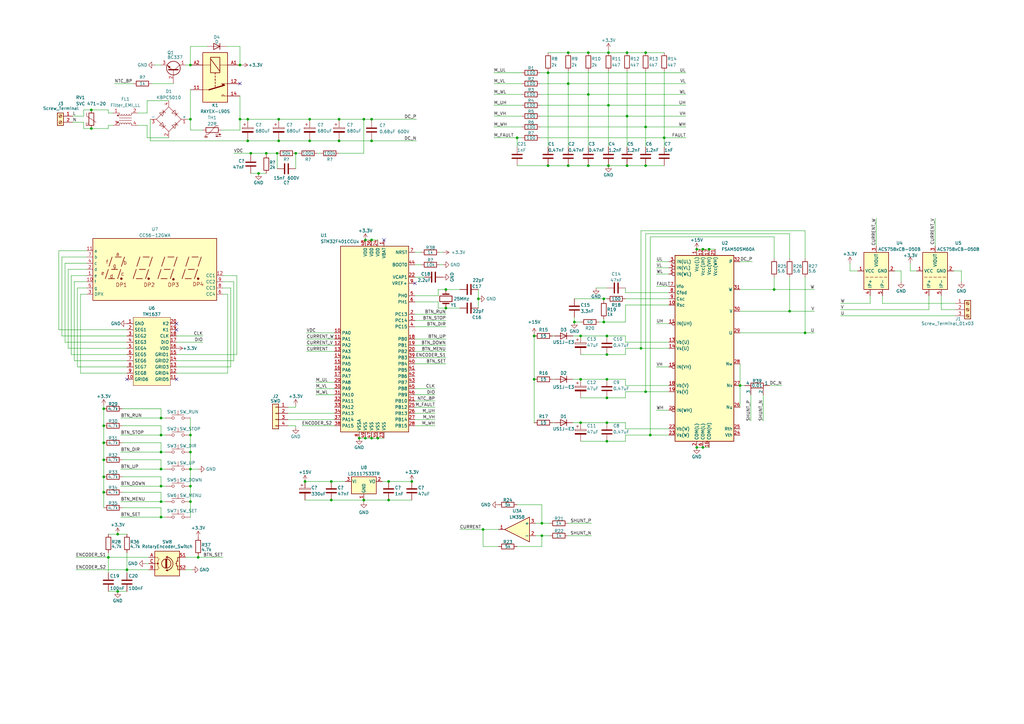
<source format=kicad_sch>
(kicad_sch (version 20211123) (generator eeschema)
  (paper "A3")
  (title_block (title "Преобразователь частоты бытовой 5.5 кВт") (date "2022-08-28") (rev "1.00") (comment 1 "01") (comment 2 "Скукин. Д."))
  (bus_alias "rr" (members "PA8"))
  (junction (at 222.25 219.71))
  (junction (at 257.175 47.625))
  (junction (at 285.75 183.515))
  (junction (at 219.075 137.795))
  (junction (at 78.105 48.895))
  (junction (at 113.665 62.865))
  (junction (at 37.465 52.705))
  (junction (at 78.105 178.435))
  (junction (at 147.32 179.705))
  (junction (at 288.29 183.515))
  (junction (at 37.465 45.085))
  (junction (at 152.4 98.425))
  (junction (at 248.92 155.575))
  (junction (at 152.4 179.705))
  (junction (at 48.26 219.075))
  (junction (at 241.3 38.735))
  (junction (at 288.29 102.235))
  (junction (at 66.04 185.42))
  (junction (at 98.425 26.67))
  (junction (at 66.04 212.09))
  (junction (at 98.425 48.895))
  (junction (at 42.545 181.61))
  (junction (at 48.26 242.57))
  (junction (at 139.065 48.895))
  (junction (at 109.22 62.865))
  (junction (at 247.65 132.08))
  (junction (at 248.92 163.195))
  (junction (at 52.07 233.68))
  (junction (at 330.2 136.525))
  (junction (at 66.04 192.405))
  (junction (at 159.385 197.485))
  (junction (at 102.87 62.865))
  (junction (at 152.4 48.895))
  (junction (at 249.555 67.945))
  (junction (at 114.3 57.785))
  (junction (at 238.125 137.795))
  (junction (at 135.89 205.105))
  (junction (at 257.175 67.945))
  (junction (at 266.7 178.435))
  (junction (at 125.095 197.485))
  (junction (at 212.09 56.515))
  (junction (at 149.225 205.105))
  (junction (at 290.83 102.235))
  (junction (at 154.94 179.705))
  (junction (at 238.125 155.575))
  (junction (at 152.4 57.785))
  (junction (at 135.89 197.485))
  (junction (at 121.285 62.865))
  (junction (at 127 57.785))
  (junction (at 247.65 122.555))
  (junction (at 249.555 21.59))
  (junction (at 149.225 48.895))
  (junction (at 248.92 180.975))
  (junction (at 66.04 171.45))
  (junction (at 78.105 26.67))
  (junction (at 248.92 173.355))
  (junction (at 285.75 102.235))
  (junction (at 66.04 205.74))
  (junction (at 127 48.895))
  (junction (at 149.86 179.705))
  (junction (at 139.065 57.785))
  (junction (at 81.28 228.6))
  (junction (at 78.105 205.74))
  (junction (at 182.88 118.745))
  (junction (at 233.045 21.59))
  (junction (at 44.45 228.6))
  (junction (at 42.545 188.595))
  (junction (at 42.545 201.93))
  (junction (at 238.125 173.355))
  (junction (at 149.86 98.425))
  (junction (at 248.92 137.795))
  (junction (at 249.555 43.18))
  (junction (at 182.88 126.365))
  (junction (at 272.415 56.515))
  (junction (at 42.545 174.625))
  (junction (at 159.385 205.105))
  (junction (at 257.175 21.59))
  (junction (at 264.795 21.59))
  (junction (at 222.25 214.63))
  (junction (at 66.04 199.39))
  (junction (at 78.105 185.42))
  (junction (at 264.795 52.07))
  (junction (at 233.045 67.945))
  (junction (at 78.105 199.39))
  (junction (at 66.04 178.435))
  (junction (at 114.3 48.895))
  (junction (at 235.585 132.08))
  (junction (at 101.6 48.895))
  (junction (at 323.85 127.635))
  (junction (at 241.3 21.59))
  (junction (at 101.6 57.785))
  (junction (at 264.795 160.655))
  (junction (at 248.92 145.415))
  (junction (at 198.12 217.17))
  (junction (at 264.795 67.945))
  (junction (at 196.215 122.555))
  (junction (at 241.3 67.945))
  (junction (at 78.105 192.405))
  (junction (at 168.91 197.485))
  (junction (at 233.045 34.29))
  (junction (at 317.5 118.745))
  (junction (at 262.89 142.875))
  (junction (at 303.53 158.115))
  (junction (at 106.045 71.12))
  (junction (at 224.79 29.845))
  (junction (at 42.545 195.58))
  (junction (at 42.545 167.64))
  (junction (at 219.075 155.575))
  (junction (at 224.79 67.945))
  (no_connect (at 157.48 98.425))
  (no_connect (at 170.18 116.205))
  (no_connect (at 72.39 132.715))
  (no_connect (at 72.39 135.255))
  (no_connect (at 72.39 155.575))
  (no_connect (at 52.07 155.575))
  (no_connect (at 98.425 34.29))
  (wire (pts (xy 196.215 122.555) (xy 196.215 118.745)))
  (wire (pts (xy 81.28 227.965) (xy 81.28 228.6)))
  (wire (pts (xy 244.475 118.11) (xy 248.92 118.11)))
  (wire (pts (xy 170.18 123.825) (xy 179.705 123.825)))
  (wire (pts (xy 149.225 205.74) (xy 149.225 205.105)))
  (wire (pts (xy 256.54 175.895) (xy 256.54 173.355)))
  (wire (pts (xy 93.345 120.65) (xy 91.44 120.65)))
  (wire (pts (xy 212.09 207.01) (xy 222.25 207.01)))
  (wire (pts (xy 212.09 224.155) (xy 222.25 224.155)))
  (wire (pts (xy 219.075 137.16) (xy 219.075 137.795)))
  (wire (pts (xy 238.125 180.975) (xy 248.92 180.975)))
  (wire (pts (xy 149.86 179.705) (xy 152.4 179.705)))
  (wire (pts (xy 118.11 174.625) (xy 121.285 174.625)))
  (wire (pts (xy 234.95 137.795) (xy 238.125 137.795)))
  (wire (pts (xy 52.07 137.795) (xy 25.4 137.795)))
  (wire (pts (xy 221.615 38.735) (xy 241.3 38.735)))
  (wire (pts (xy 139.065 57.785) (xy 139.065 57.15)))
  (wire (pts (xy 76.2 26.67) (xy 78.105 26.67)))
  (wire (pts (xy 44.45 52.705) (xy 44.45 51.435)))
  (wire (pts (xy 49.53 185.42) (xy 66.04 185.42)))
  (wire (pts (xy 303.53 127.635) (xy 323.85 127.635)))
  (wire (pts (xy 78.105 185.42) (xy 78.105 192.405)))
  (wire (pts (xy 241.3 21.59) (xy 249.555 21.59)))
  (wire (pts (xy 31.75 150.495) (xy 31.75 118.11)))
  (wire (pts (xy 249.555 67.945) (xy 241.3 67.945)))
  (wire (pts (xy 149.225 62.865) (xy 149.225 48.895)))
  (wire (pts (xy 170.18 121.285) (xy 179.705 121.285)))
  (wire (pts (xy 182.88 126.365) (xy 188.595 126.365)))
  (wire (pts (xy 113.665 62.865) (xy 113.665 69.215)))
  (wire (pts (xy 303.53 118.745) (xy 317.5 118.745)))
  (wire (pts (xy 219.075 137.795) (xy 219.075 155.575)))
  (wire (pts (xy 76.2 228.6) (xy 81.28 228.6)))
  (wire (pts (xy 344.805 124.46) (xy 356.87 124.46)))
  (wire (pts (xy 224.79 29.845) (xy 224.79 60.325)))
  (wire (pts (xy 257.175 47.625) (xy 257.175 60.325)))
  (wire (pts (xy 66.04 212.09) (xy 67.945 212.09)))
  (wire (pts (xy 256.54 173.355) (xy 248.92 173.355)))
  (wire (pts (xy 256.54 140.335) (xy 256.54 137.795)))
  (wire (pts (xy 235.585 130.175) (xy 235.585 132.08)))
  (wire (pts (xy 256.54 125.095) (xy 274.32 125.095)))
  (wire (pts (xy 101.6 49.53) (xy 101.6 48.895)))
  (wire (pts (xy 221.615 43.18) (xy 249.555 43.18)))
  (wire (pts (xy 49.53 205.74) (xy 66.04 205.74)))
  (wire (pts (xy 224.79 29.21) (xy 224.79 29.845)))
  (wire (pts (xy 152.4 57.15) (xy 152.4 57.785)))
  (wire (pts (xy 135.89 205.105) (xy 149.225 205.105)))
  (wire (pts (xy 78.105 178.435) (xy 78.105 185.42)))
  (wire (pts (xy 274.32 178.435) (xy 266.7 178.435)))
  (wire (pts (xy 44.45 228.6) (xy 44.45 234.95)))
  (wire (pts (xy 109.22 62.865) (xy 109.22 63.5)))
  (wire (pts (xy 330.2 136.525) (xy 334.01 136.525)))
  (wire (pts (xy 202.565 52.07) (xy 213.995 52.07)))
  (wire (pts (xy 93.345 153.035) (xy 93.345 120.65)))
  (wire (pts (xy 102.87 62.865) (xy 95.885 62.865)))
  (wire (pts (xy 34.29 47.625) (xy 34.29 45.085)))
  (wire (pts (xy 118.11 167.005) (xy 121.285 167.005)))
  (wire (pts (xy 42.545 188.595) (xy 42.545 195.58)))
  (wire (pts (xy 50.165 201.93) (xy 66.04 201.93)))
  (wire (pts (xy 66.04 181.61) (xy 66.04 185.42)))
  (wire (pts (xy 98.425 26.67) (xy 99.06 26.67)))
  (wire (pts (xy 202.565 34.29) (xy 213.995 34.29)))
  (wire (pts (xy 42.545 195.58) (xy 42.545 201.93)))
  (wire (pts (xy 42.545 166.37) (xy 42.545 167.64)))
  (wire (pts (xy 245.745 132.08) (xy 247.65 132.08)))
  (wire (pts (xy 24.13 102.87) (xy 35.56 102.87)))
  (wire (pts (xy 27.94 110.49) (xy 35.56 110.49)))
  (wire (pts (xy 221.615 52.07) (xy 264.795 52.07)))
  (wire (pts (xy 202.565 38.735) (xy 213.995 38.735)))
  (wire (pts (xy 274.32 140.335) (xy 256.54 140.335)))
  (wire (pts (xy 42.545 167.64) (xy 42.545 174.625)))
  (wire (pts (xy 106.045 71.12) (xy 109.22 71.12)))
  (wire (pts (xy 159.385 197.485) (xy 168.91 197.485)))
  (wire (pts (xy 129.54 159.385) (xy 137.16 159.385)))
  (wire (pts (xy 202.565 29.845) (xy 213.995 29.845)))
  (wire (pts (xy 235.585 122.555) (xy 247.65 122.555)))
  (wire (pts (xy 129.54 161.925) (xy 137.16 161.925)))
  (wire (pts (xy 179.705 126.365) (xy 182.88 126.365)))
  (wire (pts (xy 179.705 118.745) (xy 182.88 118.745)))
  (wire (pts (xy 98.425 39.37) (xy 98.425 48.895)))
  (wire (pts (xy 49.53 199.39) (xy 66.04 199.39)))
  (wire (pts (xy 196.215 126.365) (xy 196.215 122.555)))
  (wire (pts (xy 61.595 57.785) (xy 61.595 48.895)))
  (wire (pts (xy 323.85 127.635) (xy 323.85 113.665)))
  (wire (pts (xy 317.5 106.045) (xy 317.5 97.155)))
  (wire (pts (xy 125.73 141.605) (xy 137.16 141.605)))
  (wire (pts (xy 323.85 95.885) (xy 323.85 106.045)))
  (wire (pts (xy 202.565 56.515) (xy 212.09 56.515)))
  (wire (pts (xy 272.415 56.515) (xy 281.305 56.515)))
  (wire (pts (xy 66.04 192.405) (xy 67.945 192.405)))
  (wire (pts (xy 121.285 62.865) (xy 122.555 62.865)))
  (wire (pts (xy 170.18 167.005) (xy 178.435 167.005)))
  (wire (pts (xy 303.53 158.115) (xy 303.53 167.005)))
  (wire (pts (xy 52.07 150.495) (xy 31.75 150.495)))
  (wire (pts (xy 256.54 180.975) (xy 248.92 180.975)))
  (wire (pts (xy 264.795 67.945) (xy 272.415 67.945)))
  (wire (pts (xy 25.4 105.41) (xy 35.56 105.41)))
  (wire (pts (xy 391.16 111.125) (xy 394.335 111.125)))
  (wire (pts (xy 233.045 67.945) (xy 241.3 67.945)))
  (wire (pts (xy 76.835 48.895) (xy 78.105 48.895)))
  (wire (pts (xy 233.045 214.63) (xy 242.57 214.63)))
  (wire (pts (xy 264.795 52.07) (xy 264.795 60.325)))
  (wire (pts (xy 238.125 163.195) (xy 248.92 163.195)))
  (wire (pts (xy 264.795 21.59) (xy 272.415 21.59)))
  (wire (pts (xy 154.94 179.705) (xy 157.48 179.705)))
  (wire (pts (xy 97.155 145.415) (xy 97.155 113.03)))
  (wire (pts (xy 60.325 56.515) (xy 69.215 56.515)))
  (wire (pts (xy 188.595 217.17) (xy 198.12 217.17)))
  (wire (pts (xy 170.18 113.665) (xy 173.99 113.665)))
  (wire (pts (xy 375.92 111.125) (xy 373.38 111.125)))
  (wire (pts (xy 257.175 21.59) (xy 264.795 21.59)))
  (wire (pts (xy 369.57 111.125) (xy 369.57 115.57)))
  (wire (pts (xy 247.65 122.555) (xy 248.92 122.555)))
  (wire (pts (xy 114.3 48.895) (xy 127 48.895)))
  (wire (pts (xy 56.515 51.435) (xy 60.325 51.435)))
  (wire (pts (xy 114.3 57.785) (xy 114.3 57.15)))
  (wire (pts (xy 256.54 137.795) (xy 248.92 137.795)))
  (wire (pts (xy 373.38 107.95) (xy 373.38 111.125)))
  (wire (pts (xy 256.54 163.195) (xy 248.92 163.195)))
  (wire (pts (xy 31.115 228.6) (xy 44.45 228.6)))
  (wire (pts (xy 170.18 133.985) (xy 182.88 133.985)))
  (wire (pts (xy 238.125 155.575) (xy 248.92 155.575)))
  (wire (pts (xy 170.18 131.445) (xy 182.88 131.445)))
  (wire (pts (xy 101.6 57.785) (xy 114.3 57.785)))
  (wire (pts (xy 78.105 53.34) (xy 83.185 53.34)))
  (wire (pts (xy 226.695 155.575) (xy 227.33 155.575)))
  (wire (pts (xy 66.04 195.58) (xy 66.04 199.39)))
  (wire (pts (xy 114.3 48.895) (xy 114.3 49.53)))
  (wire (pts (xy 152.4 57.785) (xy 170.815 57.785)))
  (wire (pts (xy 272.415 29.21) (xy 272.415 56.515)))
  (wire (pts (xy 348.615 107.95) (xy 348.615 111.125)))
  (wire (pts (xy 262.89 142.875) (xy 256.54 142.875)))
  (wire (pts (xy 344.805 127) (xy 381 127)))
  (wire (pts (xy 170.18 169.545) (xy 178.435 169.545)))
  (wire (pts (xy 222.25 214.63) (xy 219.71 214.63)))
  (wire (pts (xy 238.125 137.795) (xy 248.92 137.795)))
  (wire (pts (xy 233.045 34.29) (xy 281.305 34.29)))
  (wire (pts (xy 44.45 228.6) (xy 60.96 228.6)))
  (wire (pts (xy 125.095 205.105) (xy 135.89 205.105)))
  (wire (pts (xy 78.105 192.405) (xy 78.105 199.39)))
  (wire (pts (xy 256.54 155.575) (xy 248.92 155.575)))
  (wire (pts (xy 234.95 155.575) (xy 238.125 155.575)))
  (wire (pts (xy 29.845 47.625) (xy 34.29 47.625)))
  (wire (pts (xy 241.3 38.735) (xy 241.3 60.325)))
  (wire (pts (xy 256.54 178.435) (xy 256.54 180.975)))
  (wire (pts (xy 266.7 97.155) (xy 266.7 178.435)))
  (wire (pts (xy 139.065 48.895) (xy 139.065 49.53)))
  (wire (pts (xy 257.175 47.625) (xy 281.305 47.625)))
  (wire (pts (xy 101.6 48.895) (xy 114.3 48.895)))
  (wire (pts (xy 257.175 29.21) (xy 257.175 47.625)))
  (wire (pts (xy 125.73 139.065) (xy 137.16 139.065)))
  (wire (pts (xy 303.53 107.315) (xy 308.61 107.315)))
  (wire (pts (xy 50.165 181.61) (xy 66.04 181.61)))
  (wire (pts (xy 106.045 71.12) (xy 102.87 71.12)))
  (wire (pts (xy 66.04 185.42) (xy 67.945 185.42)))
  (wire (pts (xy 44.45 45.085) (xy 44.45 46.355)))
  (wire (pts (xy 44.45 46.355) (xy 46.355 46.355)))
  (wire (pts (xy 24.13 135.255) (xy 24.13 102.87)))
  (wire (pts (xy 26.67 140.335) (xy 26.67 107.95)))
  (wire (pts (xy 76.2 233.68) (xy 78.74 233.68)))
  (wire (pts (xy 256.54 145.415) (xy 248.92 145.415)))
  (wire (pts (xy 179.705 118.745) (xy 179.705 121.285)))
  (wire (pts (xy 249.555 21.59) (xy 257.175 21.59)))
  (wire (pts (xy 235.585 132.08) (xy 238.125 132.08)))
  (wire (pts (xy 256.54 132.08) (xy 256.54 125.095)))
  (wire (pts (xy 269.24 168.275) (xy 274.32 168.275)))
  (wire (pts (xy 101.6 57.785) (xy 101.6 57.15)))
  (wire (pts (xy 288.29 183.515) (xy 290.83 183.515)))
  (wire (pts (xy 330.2 106.045) (xy 330.2 94.615)))
  (wire (pts (xy 97.155 113.03) (xy 91.44 113.03)))
  (wire (pts (xy 330.2 136.525) (xy 330.2 113.665)))
  (wire (pts (xy 29.21 145.415) (xy 29.21 113.03)))
  (wire (pts (xy 219.075 155.575) (xy 219.075 173.355)))
  (wire (pts (xy 288.29 102.235) (xy 290.83 102.235)))
  (wire (pts (xy 95.885 147.955) (xy 95.885 115.57)))
  (wire (pts (xy 269.24 132.715) (xy 274.32 132.715)))
  (wire (pts (xy 269.24 117.475) (xy 274.32 117.475)))
  (wire (pts (xy 264.795 160.655) (xy 256.54 160.655)))
  (wire (pts (xy 303.53 136.525) (xy 330.2 136.525)))
  (wire (pts (xy 256.54 142.875) (xy 256.54 145.415)))
  (wire (pts (xy 170.18 103.505) (xy 172.72 103.505)))
  (wire (pts (xy 152.4 179.705) (xy 154.94 179.705)))
  (wire (pts (xy 60.325 51.435) (xy 60.325 56.515)))
  (wire (pts (xy 256.54 158.115) (xy 256.54 155.575)))
  (wire (pts (xy 33.02 153.035) (xy 33.02 120.65)))
  (wire (pts (xy 78.105 199.39) (xy 78.105 205.74)))
  (wire (pts (xy 224.79 29.845) (xy 281.305 29.845)))
  (wire (pts (xy 305.435 158.115) (xy 303.53 158.115)))
  (wire (pts (xy 249.555 43.18) (xy 281.305 43.18)))
  (wire (pts (xy 182.88 118.745) (xy 188.595 118.745)))
  (wire (pts (xy 224.79 67.945) (xy 233.045 67.945)))
  (wire (pts (xy 256.54 120.015) (xy 274.32 120.015)))
  (wire (pts (xy 269.24 107.315) (xy 274.32 107.315)))
  (wire (pts (xy 66.04 171.45) (xy 67.945 171.45)))
  (wire (pts (xy 30.48 147.955) (xy 30.48 115.57)))
  (wire (pts (xy 52.07 135.255) (xy 24.13 135.255)))
  (wire (pts (xy 29.845 50.165) (xy 34.29 50.165)))
  (wire (pts (xy 95.885 115.57) (xy 91.44 115.57)))
  (wire (pts (xy 285.75 102.235) (xy 288.29 102.235)))
  (wire (pts (xy 30.48 115.57) (xy 35.56 115.57)))
  (wire (pts (xy 139.065 57.785) (xy 152.4 57.785)))
  (wire (pts (xy 221.615 47.625) (xy 257.175 47.625)))
  (wire (pts (xy 156.845 197.485) (xy 159.385 197.485)))
  (wire (pts (xy 60.325 46.355) (xy 60.325 41.275)))
  (wire (pts (xy 224.79 21.59) (xy 233.045 21.59)))
  (wire (pts (xy 152.4 98.425) (xy 154.94 98.425)))
  (wire (pts (xy 198.12 217.17) (xy 198.12 224.155)))
  (wire (pts (xy 52.07 153.035) (xy 33.02 153.035)))
  (wire (pts (xy 52.07 145.415) (xy 29.21 145.415)))
  (wire (pts (xy 130.175 62.865) (xy 131.445 62.865)))
  (wire (pts (xy 170.18 164.465) (xy 178.435 164.465)))
  (wire (pts (xy 66.04 208.28) (xy 66.04 212.09)))
  (wire (pts (xy 52.07 147.955) (xy 30.48 147.955)))
  (wire (pts (xy 50.165 167.64) (xy 66.04 167.64)))
  (wire (pts (xy 212.09 56.515) (xy 212.09 60.325)))
  (wire (pts (xy 48.26 242.57) (xy 52.07 242.57)))
  (wire (pts (xy 249.555 67.945) (xy 257.175 67.945)))
  (wire (pts (xy 25.4 137.795) (xy 25.4 105.41)))
  (wire (pts (xy 78.105 48.895) (xy 78.105 53.34)))
  (wire (pts (xy 98.425 26.67) (xy 98.425 19.05)))
  (wire (pts (xy 50.165 195.58) (xy 66.04 195.58)))
  (wire (pts (xy 27.94 142.875) (xy 27.94 110.49)))
  (wire (pts (xy 238.125 145.415) (xy 248.92 145.415)))
  (wire (pts (xy 52.07 226.695) (xy 52.07 233.68)))
  (wire (pts (xy 52.07 233.68) (xy 60.96 233.68)))
  (wire (pts (xy 94.615 150.495) (xy 94.615 118.11)))
  (wire (pts (xy 256.54 160.655) (xy 256.54 163.195)))
  (wire (pts (xy 202.565 43.18) (xy 213.995 43.18)))
  (wire (pts (xy 198.12 217.17) (xy 204.47 217.17)))
  (wire (pts (xy 66.04 174.625) (xy 66.04 178.435)))
  (wire (pts (xy 37.465 52.705) (xy 44.45 52.705)))
  (wire (pts (xy 121.285 174.625) (xy 121.285 175.26)))
  (wire (pts (xy 159.385 205.105) (xy 168.91 205.105)))
  (wire (pts (xy 42.545 201.93) (xy 42.545 208.28)))
  (wire (pts (xy 33.02 120.65) (xy 35.56 120.65)))
  (wire (pts (xy 72.39 147.955) (xy 95.885 147.955)))
  (wire (pts (xy 233.045 219.71) (xy 242.57 219.71)))
  (wire (pts (xy 98.425 53.34) (xy 98.425 48.895)))
  (wire (pts (xy 221.615 34.29) (xy 233.045 34.29)))
  (wire (pts (xy 233.045 60.325) (xy 233.045 34.29)))
  (wire (pts (xy 44.45 242.57) (xy 48.26 242.57)))
  (wire (pts (xy 233.045 21.59) (xy 241.3 21.59)))
  (wire (pts (xy 264.795 29.21) (xy 264.795 52.07)))
  (wire (pts (xy 383.54 89.535) (xy 383.54 100.965)))
  (wire (pts (xy 359.41 89.535) (xy 359.41 100.965)))
  (wire (pts (xy 317.5 97.155) (xy 266.7 97.155)))
  (wire (pts (xy 274.32 160.655) (xy 264.795 160.655)))
  (wire (pts (xy 127 57.785) (xy 127 57.15)))
  (wire (pts (xy 170.18 161.925) (xy 178.435 161.925)))
  (wire (pts (xy 225.425 219.71) (xy 222.25 219.71)))
  (wire (pts (xy 49.53 192.405) (xy 66.04 192.405)))
  (wire (pts (xy 262.89 94.615) (xy 262.89 142.875)))
  (wire (pts (xy 170.18 108.585) (xy 172.72 108.585)))
  (wire (pts (xy 247.65 130.81) (xy 247.65 132.08)))
  (wire (pts (xy 226.695 137.795) (xy 227.33 137.795)))
  (wire (pts (xy 125.095 197.485) (xy 135.89 197.485)))
  (wire (pts (xy 49.53 178.435) (xy 66.04 178.435)))
  (wire (pts (xy 72.39 137.795) (xy 83.185 137.795)))
  (wire (pts (xy 238.125 173.355) (xy 248.92 173.355)))
  (wire (pts (xy 149.86 98.425) (xy 152.4 98.425)))
  (wire (pts (xy 249.555 29.21) (xy 249.555 43.18)))
  (wire (pts (xy 78.105 171.45) (xy 78.105 178.435)))
  (wire (pts (xy 212.09 56.515) (xy 213.995 56.515)))
  (wire (pts (xy 344.805 129.54) (xy 391.795 129.54)))
  (wire (pts (xy 44.45 51.435) (xy 46.355 51.435)))
  (wire (pts (xy 222.25 219.71) (xy 222.25 224.155)))
  (wire (pts (xy 123.825 174.625) (xy 137.16 174.625)))
  (wire (pts (xy 241.3 29.21) (xy 241.3 38.735)))
  (wire (pts (xy 78.105 205.74) (xy 78.105 212.09)))
  (wire (pts (xy 85.09 19.05) (xy 78.105 19.05)))
  (wire (pts (xy 222.25 207.01) (xy 222.25 214.63)))
  (wire (pts (xy 78.105 48.895) (xy 78.105 36.83)))
  (wire (pts (xy 181.61 103.505) (xy 180.34 103.505)))
  (wire (pts (xy 247.65 122.555) (xy 247.65 123.19)))
  (wire (pts (xy 221.615 56.515) (xy 272.415 56.515)))
  (wire (pts (xy 234.95 173.355) (xy 238.125 173.355)))
  (wire (pts (xy 202.565 47.625) (xy 213.995 47.625)))
  (wire (pts (xy 66.04 178.435) (xy 67.945 178.435)))
  (wire (pts (xy 170.18 128.905) (xy 182.88 128.905)))
  (wire (pts (xy 149.225 48.895) (xy 139.065 48.895)))
  (wire (pts (xy 274.32 158.115) (xy 256.54 158.115)))
  (wire (pts (xy 139.065 62.865) (xy 149.225 62.865)))
  (wire (pts (xy 102.87 62.865) (xy 102.87 63.5)))
  (wire (pts (xy 367.03 111.125) (xy 369.57 111.125)))
  (wire (pts (xy 233.045 29.21) (xy 233.045 34.29)))
  (wire (pts (xy 274.32 175.895) (xy 256.54 175.895)))
  (wire (pts (xy 249.555 43.18) (xy 249.555 60.325)))
  (wire (pts (xy 272.415 56.515) (xy 272.415 60.325)))
  (wire (pts (xy 113.665 62.865) (xy 109.22 62.865)))
  (wire (pts (xy 256.54 118.11) (xy 256.54 120.015)))
  (wire (pts (xy 152.4 48.895) (xy 170.815 48.895)))
  (wire (pts (xy 180.34 108.585) (xy 181.61 108.585)))
  (wire (pts (xy 212.09 67.945) (xy 224.79 67.945)))
  (wire (pts (xy 37.465 45.085) (xy 44.45 45.085)))
  (wire (pts (xy 222.25 219.71) (xy 219.71 219.71)))
  (wire (pts (xy 48.26 219.075) (xy 52.07 219.075)))
  (wire (pts (xy 49.53 171.45) (xy 66.04 171.45)))
  (wire (pts (xy 226.695 173.355) (xy 227.33 173.355)))
  (wire (pts (xy 42.545 174.625) (xy 42.545 181.61)))
  (wire (pts (xy 149.225 205.105) (xy 159.385 205.105)))
  (wire (pts (xy 307.975 161.925) (xy 307.975 172.72)))
  (wire (pts (xy 98.425 48.895) (xy 101.6 48.895)))
  (wire (pts (xy 56.515 46.355) (xy 60.325 46.355)))
  (wire (pts (xy 129.54 156.845) (xy 137.16 156.845)))
  (wire (pts (xy 323.85 127.635) (xy 334.01 127.635)))
  (wire (pts (xy 66.04 201.93) (xy 66.04 205.74)))
  (wire (pts (xy 125.73 136.525) (xy 137.16 136.525)))
  (wire (pts (xy 61.595 57.785) (xy 101.6 57.785)))
  (wire (pts (xy 264.795 52.07) (xy 281.305 52.07)))
  (wire (pts (xy 285.75 183.515) (xy 288.29 183.515)))
  (wire (pts (xy 66.04 188.595) (xy 66.04 192.405)))
  (wire (pts (xy 394.335 111.125) (xy 394.335 115.57)))
  (wire (pts (xy 60.325 41.275) (xy 69.215 41.275)))
  (wire (pts (xy 179.705 126.365) (xy 179.705 123.825)))
  (wire (pts (xy 44.45 226.695) (xy 44.45 228.6)))
  (wire (pts (xy 269.24 109.855) (xy 274.32 109.855)))
  (wire (pts (xy 361.95 124.46) (xy 391.795 124.46)))
  (wire (pts (xy 66.04 167.64) (xy 66.04 171.45)))
  (wire (pts (xy 170.18 159.385) (xy 178.435 159.385)))
  (wire (pts (xy 52.07 140.335) (xy 26.67 140.335)))
  (wire (pts (xy 262.89 94.615) (xy 330.2 94.615)))
  (wire (pts (xy 241.3 38.735) (xy 281.305 38.735)))
  (wire (pts (xy 72.39 140.335) (xy 83.185 140.335)))
  (wire (pts (xy 225.425 214.63) (xy 222.25 214.63)))
  (wire (pts (xy 42.545 181.61) (xy 42.545 188.595)))
  (wire (pts (xy 264.795 95.885) (xy 264.795 160.655)))
  (wire (pts (xy 44.45 219.075) (xy 48.26 219.075)))
  (wire (pts (xy 149.86 179.705) (xy 147.32 179.705)))
  (wire (pts (xy 266.7 178.435) (xy 256.54 178.435)))
  (wire (pts (xy 127 48.895) (xy 127 49.53)))
  (wire (pts (xy 34.29 52.705) (xy 37.465 52.705)))
  (wire (pts (xy 109.22 62.865) (xy 102.87 62.865)))
  (wire (pts (xy 121.285 62.865) (xy 121.285 69.215)))
  (wire (pts (xy 317.5 118.745) (xy 334.01 118.745)))
  (wire (pts (xy 94.615 118.11) (xy 91.44 118.11)))
  (wire (pts (xy 121.285 166.37) (xy 121.285 167.005)))
  (wire (pts (xy 386.08 121.285) (xy 386.08 127)))
  (wire (pts (xy 264.795 95.885) (xy 323.85 95.885)))
  (wire (pts (xy 66.04 26.67) (xy 63.5 26.67)))
  (wire (pts (xy 26.67 107.95) (xy 35.56 107.95)))
  (wire (pts (xy 29.21 113.03) (xy 35.56 113.03)))
  (wire (pts (xy 249.555 20.32) (xy 249.555 21.59)))
  (wire (pts (xy 247.65 132.08) (xy 256.54 132.08)))
  (wire (pts (xy 381 127) (xy 381 121.285)))
  (wire (pts (xy 52.07 233.68) (xy 52.07 234.95)))
  (wire (pts (xy 170.18 139.065) (xy 182.88 139.065)))
  (wire (pts (xy 356.87 124.46) (xy 356.87 121.285)))
  (wire (pts (xy 72.39 145.415) (xy 97.155 145.415)))
  (wire (pts (xy 78.105 192.405) (xy 81.28 192.405)))
  (wire (pts (xy 257.175 67.945) (xy 264.795 67.945)))
  (wire (pts (xy 98.425 19.05) (xy 92.71 19.05)))
  (wire (pts (xy 118.11 172.085) (xy 137.16 172.085)))
  (wire (pts (xy 313.055 161.925) (xy 313.055 172.72)))
  (wire (pts (xy 66.04 205.74) (xy 67.945 205.74)))
  (wire (pts (xy 50.165 208.28) (xy 66.04 208.28)))
  (wire (pts (xy 204.47 224.155) (xy 198.12 224.155)))
  (wire (pts (xy 135.89 197.485) (xy 141.605 197.485)))
  (wire (pts (xy 386.08 127) (xy 391.795 127)))
  (wire (pts (xy 361.95 121.285) (xy 361.95 124.46)))
  (wire (pts (xy 31.115 233.68) (xy 52.07 233.68)))
  (wire (pts (xy 50.165 188.595) (xy 66.04 188.595)))
  (wire (pts (xy 72.39 150.495) (xy 94.615 150.495)))
  (wire (pts (xy 303.53 149.225) (xy 303.53 158.115)))
  (wire (pts (xy 351.79 111.125) (xy 348.615 111.125)))
  (wire (pts (xy 317.5 113.665) (xy 317.5 118.745)))
  (wire (pts (xy 170.18 146.685) (xy 182.88 146.685)))
  (wire (pts (xy 170.18 172.085) (xy 178.435 172.085)))
  (wire (pts (xy 59.69 231.14) (xy 60.96 231.14)))
  (wire (pts (xy 127 48.895) (xy 139.065 48.895)))
  (wire (pts (xy 274.32 142.875) (xy 262.89 142.875)))
  (wire (pts (xy 52.07 142.875) (xy 27.94 142.875)))
  (wire (pts (xy 50.165 174.625) (xy 66.04 174.625)))
  (wire (pts (xy 78.105 19.05) (xy 78.105 26.67)))
  (wire (pts (xy 34.29 45.085) (xy 37.465 45.085)))
  (wire (pts (xy 81.28 228.6) (xy 91.44 228.6)))
  (wire (pts (xy 125.73 144.145) (xy 137.16 144.145)))
  (wire (pts (xy 118.11 169.545) (xy 137.16 169.545)))
  (wire (pts (xy 46.99 34.29) (xy 54.61 34.29)))
  (wire (pts (xy 269.24 150.495) (xy 274.32 150.495)))
  (wire (pts (xy 170.18 149.225) (xy 182.88 149.225)))
  (wire (pts (xy 290.83 102.235) (xy 293.37 102.235)))
  (wire (pts (xy 127 57.785) (xy 139.065 57.785)))
  (wire (pts (xy 269.24 112.395) (xy 274.32 112.395)))
  (wire (pts (xy 49.53 212.09) (xy 66.04 212.09)))
  (wire (pts (xy 149.225 48.895) (xy 152.4 48.895)))
  (wire (pts (xy 221.615 29.845) (xy 224.79 29.845)))
  (wire (pts (xy 62.23 34.29) (xy 71.12 34.29)))
  (wire (pts (xy 90.805 53.34) (xy 98.425 53.34)))
  (wire (pts (xy 170.18 174.625) (xy 178.435 174.625)))
  (wire (pts (xy 66.04 199.39) (xy 67.945 199.39)))
  (wire (pts (xy 31.75 118.11) (xy 35.56 118.11)))
  (wire (pts (xy 170.18 144.145) (xy 182.88 144.145)))
  (wire (pts (xy 152.4 48.895) (xy 152.4 49.53)))
  (wire (pts (xy 170.18 141.605) (xy 182.88 141.605)))
  (wire (pts (xy 256.54 122.555) (xy 274.32 122.555)))
  (wire (pts (xy 114.3 57.785) (xy 127 57.785)))
  (wire (pts (xy 72.39 153.035) (xy 93.345 153.035)))
  (wire (pts (xy 315.595 158.115) (xy 320.675 158.115)))
  (wire (pts (xy 34.29 50.165) (xy 34.29 52.705)))
  (label "M_WL" (at 129.54 161.925 0))
  (label "VL" (at 269.24 109.855 0))
  (label "DC_P" (at 170.815 48.895 180))
  (label "V" (at 334.01 127.635 180))
  (label "FAULT" (at 269.24 117.475 0))
  (label "L" (at 29.845 47.625 0))
  (label "NTC_BP" (at 178.435 164.465 180))
  (label "FAULT" (at 281.305 56.515 180))
  (label "SHUNT_N" (at 313.055 172.72 90))
  (label "ENCODER_S2" (at 123.825 174.625 0))
  (label "CURRENT_W" (at 359.41 89.535 270))
  (label "BTN_SET" (at 91.44 228.6 180))
  (label "BTN_RUN" (at 182.88 128.905 180))
  (label "M_WH" (at 202.565 52.07 0))
  (label "CLK" (at 83.185 137.795 180))
  (label "CURRENT" (at 125.73 144.145 0))
  (label "WH" (at 281.305 52.07 180))
  (label "BTN_DIR" (at 182.88 133.985 180))
  (label "DC_P" (at 308.61 107.315 180))
  (label "DIO" (at 83.185 140.335 180))
  (label "BTN_DOWN" (at 49.53 199.39 0))
  (label "BTN_SET" (at 182.88 149.225 180))
  (label "ENCODER_S1" (at 182.88 146.685 180))
  (label "WL" (at 269.24 112.395 0))
  (label "BTN_SET" (at 49.53 212.09 0))
  (label "M_UL" (at 202.565 29.845 0))
  (label "M_UL" (at 129.54 156.845 0))
  (label "M_UH" (at 178.435 169.545 180))
  (label "M_WH" (at 178.435 174.625 180))
  (label "BTN_UP" (at 182.88 139.065 180))
  (label "VH" (at 281.305 47.625 180))
  (label "VDC" (at 125.73 136.525 0))
  (label "VDC" (at 95.885 62.865 0))
  (label "SHUNT_P" (at 242.57 214.63 180))
  (label "BTN_MENU" (at 182.88 144.145 180))
  (label "ENCODER_S2" (at 31.115 233.68 0))
  (label "VL" (at 281.305 34.29 180))
  (label "NTC_BP" (at 46.99 34.29 0))
  (label "M_VH" (at 202.565 47.625 0))
  (label "BTN_UP" (at 49.53 192.405 0))
  (label "SHUNT_P" (at 307.975 172.72 90))
  (label "DIO" (at 178.435 161.925 180))
  (label "BTN_DIR" (at 49.53 185.42 0))
  (label "CURRENT_V" (at 125.73 141.605 0))
  (label "UH" (at 281.305 43.18 180))
  (label "U" (at 334.01 136.525 180))
  (label "M_FAULT" (at 178.435 167.005 180))
  (label "UL" (at 269.24 107.315 0))
  (label "CURRENT_V" (at 383.54 89.535 270))
  (label "BTN_STOP" (at 49.53 178.435 0))
  (label "SHUNT_N" (at 242.57 219.71 180))
  (label "N" (at 29.845 50.165 0))
  (label "CLK" (at 178.435 159.385 180))
  (label "DC_N" (at 320.675 158.115 180))
  (label "BTN_STOP" (at 182.88 131.445 180))
  (label "M_UH" (at 202.565 43.18 0))
  (label "W" (at 344.805 124.46 0))
  (label "CURRENT_W" (at 125.73 139.065 0))
  (label "M_VL" (at 202.565 34.29 0))
  (label "M_FAULT" (at 202.565 56.515 0))
  (label "DC_N" (at 170.815 57.785 180))
  (label "BTN_DOWN" (at 182.88 141.605 180))
  (label "VH" (at 269.24 150.495 0))
  (label "W" (at 334.01 118.745 180))
  (label "ENCODER_S1" (at 31.115 228.6 0))
  (label "U" (at 344.805 129.54 0))
  (label "M_VL" (at 129.54 159.385 0))
  (label "M_VH" (at 178.435 172.085 180))
  (label "BTN_MENU" (at 49.53 205.74 0))
  (label "V" (at 344.805 127 0))
  (label "M_WL" (at 202.565 38.735 0))
  (label "WL" (at 281.305 38.735 180))
  (label "UL" (at 281.305 29.845 180))
  (label "CURRENT" (at 188.595 217.17 0))
  (label "WH" (at 269.24 168.275 0))
  (label "BTN_RUN" (at 49.53 171.45 0))
  (label "UH" (at 269.24 132.715 0))
  (symbol (lib_id "Relay:RAYEX-L90S") (at 88.265 31.75 270) (unit 1)
    (property "Reference" "K1" (at 88.265 43.18 90))
    (property "Value" "RAYEX-L90S" (at 88.265 45.72 90))
    (property "Footprint" "Relay_THT:Relay_SPDT_RAYEX-L90S" (effects hide))
    (property "Datasheet" "https://a3.sofastcdn.com/attachment/7jioKBjnRiiSrjrjknRiwS77gwbf3zmp/L90-SERIES.pdf" (effects hide))
  )
  (symbol (lib_id "Device:R") (at 46.355 208.28 90) (unit 1)
    (property "Reference" "R35" (at 46.355 206.375 90))
    (property "Value" "4.7k" (at 46.355 208.28 90))
  )
  (symbol (lib_id "Device:C") (at 152.4 53.34 0) (unit 1)
    (property "Reference" "C?" (at 155.575 51.435 0) (effects (justify left)))
    (property "Value" "0.68uF 600V" (at 155.575 53.975 0) (effects (justify left)))
  )
  (symbol (lib_id "Device:C") (at 212.09 64.135 0) (unit 1)
    (property "Reference" "C21" (at 212.09 59.055 0) (effects (justify left)))
    (property "Value" "1nF" (at 212.09 61.595 0) (effects (justify left)))
  )
  (symbol (lib_id "Device:D") (at 231.14 173.355 180) (unit 1)
    (property "Reference" "D1" (at 231.14 170.815 0))
    (property "Value" "US1J-E3" (at 231.14 175.895 0))
  )
  (symbol (lib_id "Device:D") (at 231.14 137.795 180) (unit 1)
    (property "Reference" "D3" (at 231.14 135.255 0))
    (property "Value" "US1J-E3" (at 231.14 140.335 0))
  )
  (symbol (lib_id "Device:R") (at 46.355 181.61 90) (unit 1)
    (property "Reference" "R31" (at 46.355 179.705 90))
    (property "Value" "4.7k" (at 46.355 181.61 90))
  )
  (symbol (lib_id "power:+3.3V") (at 348.615 107.95 0) (unit 1)
    (property "Reference" "#PWR0114" (effects hide))
    (property "Value" "+3.3V" (at 348.615 104.14 0))
  )
  (symbol (lib_id "Device:R") (at 58.42 34.29 90) (unit 1)
    (property "Reference" "R?" (at 58.42 31.75 90))
    (property "Value" "1k" (at 58.42 34.29 90))
  )
  (symbol (lib_id "Device:C") (at 233.045 64.135 0) (unit 1)
    (property "Reference" "C2" (at 233.045 59.055 0) (effects (justify left)))
    (property "Value" "0.47nF" (at 233.045 61.595 0) (effects (justify left)))
  )
  (symbol (lib_id "Switch:SW_Push") (at 73.025 192.405 0) (unit 1)
    (property "Reference" "SW4" (at 70.485 189.865 0))
    (property "Value" "SW_UP" (at 73.66 189.865 0) (effects (justify left)))
  )
  (symbol (lib_id "Device:C") (at 252.73 118.11 270) (unit 1)
    (property "Reference" "C14" (at 252.73 112.395 90))
    (property "Value" "47nF" (at 252.73 114.935 90))
  )
  (symbol (lib_id "power:GND") (at 78.74 233.68 90) (unit 1)
    (property "Reference" "#PWR07" (effects hide))
    (property "Value" "GND" (at 83.82 233.68 90))
  )
  (symbol (lib_id "Device:Thermistor_NTC") (at 86.995 53.34 90) (unit 1)
    (property "Reference" "TH1" (at 86.995 48.26 90))
    (property "Value" "22R" (at 86.995 50.8 90))
  )
  (symbol (lib_id "Connector_Generic:Conn_01x04") (at 113.03 169.545 0) (mirror y) (unit 1)
    (property "Reference" "J2" (at 113.03 162.56 0))
    (property "Value" "SWD" (at 113.03 164.465 0))
  )
  (symbol (lib_id "Amplifier_Operational:LM358") (at 212.09 217.17 0) (mirror y) (unit 1)
    (property "Reference" "U3" (at 212.09 209.55 0))
    (property "Value" "LM358" (at 212.09 212.09 0))
    (property "Datasheet" "http://www.ti.com/lit/ds/symlink/lm2904-n.pdf" (effects hide))
  )
  (symbol (lib_id "Device:R") (at 135.255 62.865 270) (mirror x) (unit 1)
    (property "Reference" "R?" (at 135.255 65.405 90))
    (property "Value" "100k" (at 135.255 62.865 90))
  )
  (symbol (lib_id "power:GND") (at 106.045 71.12 0) (mirror y) (unit 1)
    (property "Reference" "#PWR?" (effects hide))
    (property "Value" "GND" (at 106.045 74.93 0))
  )
  (symbol (lib_id "Device:R") (at 264.795 25.4 0) (unit 1)
    (property "Reference" "R13" (at 266.065 24.13 0) (effects (justify left)))
    (property "Value" "4k7" (at 266.065 26.67 0) (effects (justify left)))
  )
  (symbol (lib_id "Device:R") (at 252.73 122.555 270) (unit 1)
    (property "Reference" "R18" (at 252.73 125.095 90))
    (property "Value" "100" (at 252.73 122.555 90))
  )
  (symbol (lib_id "Device:C") (at 235.585 126.365 0) (unit 1)
    (property "Reference" "C15" (at 238.125 125.095 0) (effects (justify left)))
    (property "Value" "3.3nF" (at 238.125 127.635 0) (effects (justify left)))
  )
  (symbol (lib_id "Device:C_Polarized") (at 114.3 53.34 0) (unit 1)
    (property "Reference" "C?" (at 117.475 51.1809 0) (effects (justify left)))
    (property "Value" "680uF" (at 117.475 53.7209 0) (effects (justify left)))
  )
  (symbol (lib_id "Device:C") (at 159.385 201.295 0) (unit 1)
    (property "Reference" "C?" (at 161.925 200.025 0) (effects (justify left)))
    (property "Value" "1nF" (at 161.925 202.565 0) (effects (justify left)))
  )
  (symbol (lib_id "power:GND") (at 52.07 132.715 270) (unit 1)
    (property "Reference" "#PWR04" (effects hide))
    (property "Value" "GND" (at 49.53 132.715 90) (effects (justify right)))
  )
  (symbol (lib_id "Device:C_Polarized") (at 238.125 177.165 0) (unit 1)
    (property "Reference" "C11" (at 240.665 174.625 0) (effects (justify left)))
    (property "Value" "47uF" (at 240.665 177.165 0) (effects (justify left)))
  )
  (symbol (lib_id "power:GND") (at 149.225 205.74 0) (unit 1)
    (property "Reference" "#PWR?" (effects hide))
    (property "Value" "GND" (at 149.225 210.185 0))
  )
  (symbol (lib_id "Device:R") (at 222.885 155.575 270) (unit 1)
    (property "Reference" "R16" (at 222.885 153.035 90))
    (property "Value" "15" (at 222.885 155.575 90))
  )
  (symbol (lib_id "power:+3.3V") (at 42.545 166.37 0) (unit 1)
    (property "Reference" "#PWR01" (effects hide))
    (property "Value" "+3.3V" (at 42.545 162.56 0))
  )
  (symbol (lib_id "Device:R") (at 233.045 25.4 0) (unit 1)
    (property "Reference" "R9" (at 234.315 24.13 0) (effects (justify left)))
    (property "Value" "2k" (at 234.315 26.67 0) (effects (justify left)))
  )
  (symbol (lib_id "Device:R") (at 217.805 52.07 270) (unit 1)
    (property "Reference" "R6" (at 217.805 50.165 90))
    (property "Value" "100" (at 217.805 52.07 90))
  )
  (symbol (lib_id "Device:D") (at 231.14 155.575 180) (unit 1)
    (property "Reference" "D2" (at 231.14 153.035 0))
    (property "Value" "US1J-E3" (at 231.14 158.75 0))
  )
  (symbol (lib_id "Connector:Screw_Terminal_01x02") (at 24.765 47.625 0) (mirror y) (unit 1)
    (property "Reference" "J3" (at 26.035 42.545 0) (effects (justify left)))
    (property "Value" "Screw_Terminal" (at 32.385 44.45 0) (effects (justify left)))
  )
  (symbol (lib_id "Device:R") (at 217.805 38.735 270) (unit 1)
    (property "Reference" "R3" (at 217.805 36.83 90))
    (property "Value" "100" (at 217.805 38.735 90))
  )
  (symbol (lib_id "Sensor_Current:ACS758xCB-050B-PFF") (at 359.41 111.125 90) (unit 1)
    (property "Reference" "U4" (at 368.935 99.695 90))
    (property "Value" "ACS758xCB-050B" (at 368.935 102.235 90))
    (property "Footprint" "Sensor_Current:Allegro_CB_PFF" (effects hide))
    (property "Datasheet" "http://www.allegromicro.com/~/media/Files/Datasheets/ACS758-Datasheet.ashx?la=en" (effects hide))
  )
  (symbol (lib_id "Device:R") (at 126.365 62.865 270) (mirror x) (unit 1)
    (property "Reference" "R?" (at 126.365 65.405 90))
    (property "Value" "100k" (at 126.365 62.865 90))
  )
  (symbol (lib_id "Device:R") (at 222.885 173.355 270) (unit 1)
    (property "Reference" "R17" (at 222.885 170.815 90))
    (property "Value" "15" (at 222.885 173.355 90))
  )
  (symbol (lib_id "power:GND") (at 121.285 175.26 0) (unit 1)
    (property "Reference" "#PWR013" (effects hide))
    (property "Value" "GND" (at 121.285 179.07 0))
  )
  (symbol (lib_id "power:GND") (at 369.57 115.57 0) (unit 1)
    (property "Reference" "#PWR0116" (effects hide))
    (property "Value" "GND" (at 369.57 119.38 0))
  )
  (symbol (lib_id "Device:R") (at 272.415 25.4 0) (unit 1)
    (property "Reference" "R14" (at 273.685 24.13 0) (effects (justify left)))
    (property "Value" "4k7" (at 273.685 26.67 0) (effects (justify left)))
  )
  (symbol (lib_id "Device:R") (at 241.935 132.08 270) (unit 1)
    (property "Reference" "R20" (at 241.935 134.62 90))
    (property "Value" "40" (at 241.935 132.08 90))
  )
  (symbol (lib_id "Device:D") (at 88.9 19.05 0) (mirror y) (unit 1)
    (property "Reference" "D4" (at 88.9 15.24 0))
    (property "Value" "D" (at 88.9 17.145 0))
  )
  (symbol (lib_id "Device:C") (at 52.07 238.76 0) (unit 1)
    (property "Reference" "C20" (at 52.705 236.22 0) (effects (justify left)))
    (property "Value" "100nF" (at 52.705 241.3 0) (effects (justify left)))
  )
  (symbol (lib_id "Display_Character:CC56-12GWA") (at 63.5 110.49 0) (unit 1)
    (property "Reference" "U7" (at 63.5 93.98 0))
    (property "Value" "CC56-12GWA" (at 63.5 96.52 0))
    (property "Footprint" "Display_7Segment:CC56-12GWA" (effects hide))
    (property "Datasheet" "http://www.kingbrightusa.com/images/catalog/SPEC/CC56-12GWA.pdf" (effects hide))
  )
  (symbol (lib_id "power:GND") (at 249.555 67.945 0) (unit 1)
    (property "Reference" "#PWR0102" (effects hide))
    (property "Value" "GND" (at 249.555 71.755 0))
  )
  (symbol (lib_id "Device:R_Shunt") (at 310.515 158.115 270) (unit 1)
    (property "Reference" "R39" (at 310.515 156.21 90))
    (property "Value" "0.01" (at 310.515 158.115 90))
  )
  (symbol (lib_id "power:GND") (at 81.28 192.405 90) (unit 1)
    (property "Reference" "#PWR08" (effects hide))
    (property "Value" "GND" (at 84.455 192.4049 90) (effects (justify right)))
  )
  (symbol (lib_id "Device:C") (at 224.79 64.135 0) (unit 1)
    (property "Reference" "C1" (at 224.79 59.055 0) (effects (justify left)))
    (property "Value" "0.47nF" (at 224.79 61.595 0) (effects (justify left)))
  )
  (symbol (lib_id "Device:C") (at 249.555 64.135 0) (unit 1)
    (property "Reference" "C4" (at 249.555 59.055 0) (effects (justify left)))
    (property "Value" "1.2nF" (at 249.555 61.595 0) (effects (justify left)))
  )
  (symbol (lib_id "Switch:SW_Push") (at 73.025 171.45 0) (unit 1)
    (property "Reference" "SW1" (at 70.485 168.91 0))
    (property "Value" "SW_RUN" (at 73.66 168.91 0) (effects (justify left)))
  )
  (symbol (lib_id "Device:C") (at 248.92 177.165 0) (unit 1)
    (property "Reference" "C8" (at 251.46 174.625 0) (effects (justify left)))
    (property "Value" "0.47uF" (at 251.46 177.165 0) (effects (justify left)))
  )
  (symbol (lib_id "Switch:SW_Push") (at 73.025 212.09 0) (unit 1)
    (property "Reference" "SW7" (at 70.485 209.55 0))
    (property "Value" "SW_SET" (at 73.66 209.55 0) (effects (justify left)))
  )
  (symbol (lib_id "Switch:SW_Push") (at 73.025 205.74 0) (unit 1)
    (property "Reference" "SW6" (at 70.485 203.2 0))
    (property "Value" "SW_MENU" (at 73.66 203.2 0) (effects (justify left)))
  )
  (symbol (lib_id "Device:C_Polarized") (at 139.065 53.34 0) (unit 1)
    (property "Reference" "C?" (at 142.24 51.1809 0) (effects (justify left)))
    (property "Value" "680uF" (at 142.24 53.7209 0) (effects (justify left)))
  )
  (symbol (lib_id "Device:C") (at 192.405 118.745 270) (mirror x) (unit 1)
    (property "Reference" "C17" (at 195.58 117.475 90))
    (property "Value" "22pF" (at 196.215 114.935 90))
  )
  (symbol (lib_id "power:+3.3V") (at 249.555 20.32 0) (unit 1)
    (property "Reference" "#PWR0101" (effects hide))
    (property "Value" "+3.3V" (at 249.555 16.51 0))
  )
  (symbol (lib_id "Transistor_BJT:BC337") (at 71.12 29.21 270) (mirror x) (unit 1)
    (property "Reference" "Q1" (at 68.58 21.59 90) (effects (justify left)))
    (property "Value" "BC337" (at 68.58 23.495 90) (effects (justify left)))
    (property "Footprint" "Package_TO_SOT_THT:TO-92_Inline" (effects hide))
    (property "Datasheet" "https://diotec.com/tl_files/diotec/files/pdf/datasheets/bc337.pdf" (effects hide))
  )
  (symbol (lib_id "power:GND") (at 196.215 122.555 90) (mirror x) (unit 1)
    (property "Reference" "#PWR0108" (effects hide))
    (property "Value" "GND" (at 199.39 122.5551 90) (effects (justify right)))
  )
  (symbol (lib_id "power:GND") (at 235.585 132.08 0) (unit 1)
    (property "Reference" "#PWR0111" (effects hide))
    (property "Value" "GND" (at 235.585 135.89 0))
  )
  (symbol (lib_id "Device:R") (at 46.355 201.93 90) (unit 1)
    (property "Reference" "R34" (at 46.355 200.025 90))
    (property "Value" "4.7k" (at 46.355 201.93 90))
  )
  (symbol (lib_id "Device:Filter_EMI_LL") (at 51.435 48.895 0) (unit 1)
    (property "Reference" "FL1" (at 51.435 40.64 0))
    (property "Value" "Filter_EMI_LL" (at 51.435 43.18 0))
  )
  (symbol (lib_id "power:GND") (at 59.69 231.14 270) (unit 1)
    (property "Reference" "#PWR05" (effects hide))
    (property "Value" "GND" (at 56.515 231.1399 90) (effects (justify right)))
  )
  (symbol (lib_id "Device:C") (at 168.91 201.295 0) (unit 1)
    (property "Reference" "C?" (at 171.45 200.025 0) (effects (justify left)))
    (property "Value" "47uF" (at 171.45 202.565 0) (effects (justify left)))
  )
  (symbol (lib_id "power:+3.3V") (at 99.06 26.67 270) (unit 1)
    (property "Reference" "#PWR?" (effects hide))
    (property "Value" "+3.3V" (at 104.775 26.67 90))
  )
  (symbol (lib_id "Device:RotaryEncoder_Switch") (at 68.58 231.14 0) (unit 1)
    (property "Reference" "SW8" (at 68.58 222.25 0))
    (property "Value" "RotaryEncoder_Switch" (at 68.58 224.155 0))
  )
  (symbol (lib_id "Switch:SW_Push") (at 73.025 178.435 0) (unit 1)
    (property "Reference" "SW2" (at 70.485 175.895 0))
    (property "Value" "SW_STOP" (at 73.66 175.895 0) (effects (justify left)))
  )
  (symbol (lib_id "Device:R") (at 46.355 174.625 90) (unit 1)
    (property "Reference" "R30" (at 46.355 172.72 90))
    (property "Value" "4.7k" (at 46.355 174.625 90))
  )
  (symbol (lib_id "Device:C") (at 248.92 159.385 0) (unit 1)
    (property "Reference" "C9" (at 251.46 156.845 0) (effects (justify left)))
    (property "Value" "0.47uF" (at 251.46 159.385 0) (effects (justify left)))
  )
  (symbol (lib_id "power:+15V") (at 125.095 197.485 0) (unit 1)
    (property "Reference" "#PWR?" (effects hide))
    (property "Value" "+15V" (at 125.095 193.675 0))
  )
  (symbol (lib_id "Device:R") (at 46.355 195.58 90) (unit 1)
    (property "Reference" "R33" (at 46.355 193.675 90))
    (property "Value" "4.7k" (at 46.355 195.58 90))
  )
  (symbol (lib_id "Device:R") (at 208.28 224.155 270) (unit 1)
    (property "Reference" "R23" (at 208.28 222.25 90))
    (property "Value" "5k" (at 208.28 224.155 90))
  )
  (symbol (lib_id "power:+3.3V") (at 149.86 98.425 0) (unit 1)
    (property "Reference" "#PWR0107" (effects hide))
    (property "Value" "+3.3V" (at 149.86 94.615 0))
  )
  (symbol (lib_id "Device:R") (at 46.355 167.64 90) (unit 1)
    (property "Reference" "R29" (at 46.355 165.735 90))
    (property "Value" "4.7k" (at 46.355 167.64 90))
  )
  (symbol (lib_id "Sensor_Current:ACS758xCB-050B-PFF") (at 383.54 111.125 90) (unit 1)
    (property "Reference" "U5" (at 393.065 99.695 90))
    (property "Value" "ACS758xCB-050B" (at 393.065 102.235 90))
    (property "Footprint" "Sensor_Current:Allegro_CB_PFF" (effects hide))
    (property "Datasheet" "http://www.allegromicro.com/~/media/Files/Datasheets/ACS758-Datasheet.ashx?la=en" (effects hide))
  )
  (symbol (lib_id "power:GND") (at 181.61 108.585 90) (unit 1)
    (property "Reference" "#PWR010" (effects hide))
    (property "Value" "GND" (at 186.69 108.585 90))
  )
  (symbol (lib_id "power:+3.3V") (at 121.285 166.37 0) (unit 1)
    (property "Reference" "#PWR?" (effects hide))
    (property "Value" "+3.3V" (at 121.285 162.56 0))
  )
  (symbol (lib_id "Device:R") (at 208.28 207.01 270) (unit 1)
    (property "Reference" "R24" (at 208.28 205.105 90))
    (property "Value" "5k" (at 208.28 207.01 90))
  )
  (symbol (lib_id "Device:R") (at 217.805 47.625 270) (unit 1)
    (property "Reference" "R5" (at 217.805 45.72 90))
    (property "Value" "100" (at 217.805 47.625 90))
  )
  (symbol (lib_id "MCU_ST_STM32F4:STM32F401CCUx") (at 152.4 139.065 0) (mirror y) (unit 1)
    (property "Reference" "U1" (at 131.445 96.52 0) (effects (justify right)))
    (property "Value" "STM32F401CCUx" (at 131.445 99.06 0) (effects (justify right)))
    (property "Footprint" "Package_DFN_QFN:QFN-48-1EP_7x7mm_P0.5mm_EP5.6x5.6mm" (effects hide))
    (property "Datasheet" "http://www.st.com/st-web-ui/static/active/en/resource/technical/document/datasheet/DM00086815.pdf" (effects hide))
  )
  (symbol (lib_id "Device:R") (at 317.5 109.855 0) (unit 1)
    (property "Reference" "R25" (at 318.77 109.22 0) (effects (justify left)))
    (property "Value" "5.6" (at 318.77 111.125 0) (effects (justify left)))
  )
  (symbol (lib_id "Device:C") (at 272.415 64.135 0) (unit 1)
    (property "Reference" "C7" (at 272.415 59.055 0) (effects (justify left)))
    (property "Value" "1nF" (at 272.415 61.595 0) (effects (justify left)))
  )
  (symbol (lib_id "power:+3.3V") (at 72.39 142.875 270) (unit 1)
    (property "Reference" "#PWR06" (effects hide))
    (property "Value" "+3.3V" (at 74.93 142.875 90) (effects (justify left)))
  )
  (symbol (lib_id "Device:C") (at 241.3 64.135 0) (unit 1)
    (property "Reference" "C3" (at 241.3 59.055 0) (effects (justify left)))
    (property "Value" "0.47nF" (at 241.3 61.595 0) (effects (justify left)))
  )
  (symbol (lib_id "Device:C_Polarized") (at 127 53.34 0) (unit 1)
    (property "Reference" "C?" (at 130.175 51.1809 0) (effects (justify left)))
    (property "Value" "680uF" (at 130.175 53.7209 0) (effects (justify left)))
  )
  (symbol (lib_id "power:GND") (at 394.335 115.57 0) (unit 1)
    (property "Reference" "#PWR0115" (effects hide))
    (property "Value" "GND" (at 394.335 119.38 0))
  )
  (symbol (lib_id "power:GND") (at 63.5 26.67 270) (unit 1)
    (property "Reference" "#PWR?" (effects hide))
    (property "Value" "GND" (at 58.42 26.67 90))
  )
  (symbol (lib_id "Device:R") (at 249.555 25.4 0) (unit 1)
    (property "Reference" "R11" (at 250.825 24.13 0) (effects (justify left)))
    (property "Value" "4k7" (at 250.825 26.67 0) (effects (justify left)))
  )
  (symbol (lib_id "Device:C") (at 44.45 238.76 0) (unit 1)
    (property "Reference" "C19" (at 45.085 236.22 0) (effects (justify left)))
    (property "Value" "100nF" (at 45.085 241.3 0) (effects (justify left)))
  )
  (symbol (lib_id "Device:C_Polarized") (at 238.125 159.385 0) (unit 1)
    (property "Reference" "C12" (at 240.665 156.845 0) (effects (justify left)))
    (property "Value" "47uF" (at 240.665 159.385 0) (effects (justify left)))
  )
  (symbol (lib_id "Device:R") (at 46.355 188.595 90) (unit 1)
    (property "Reference" "R32" (at 46.355 186.69 90))
    (property "Value" "4.7k" (at 46.355 188.595 90))
  )
  (symbol (lib_id "Device:R") (at 257.175 25.4 0) (unit 1)
    (property "Reference" "R12" (at 258.445 24.13 0) (effects (justify left)))
    (property "Value" "4k7" (at 258.445 26.67 0) (effects (justify left)))
  )
  (symbol (lib_id "power:+3.3V") (at 81.28 220.345 0) (unit 1)
    (property "Reference" "#PWR09" (effects hide))
    (property "Value" "+3.3V" (at 81.28 216.535 0))
  )
  (symbol (lib_id "Device:R") (at 109.22 67.31 0) (mirror y) (unit 1)
    (property "Reference" "R?" (at 113.03 66.675 0) (effects (justify left)))
    (property "Value" "2k" (at 113.03 68.58 0) (effects (justify left)))
  )
  (symbol (lib_id "power:+3.3V") (at 48.26 219.075 0) (unit 1)
    (property "Reference" "#PWR02" (effects hide))
    (property "Value" "+3.3V" (at 48.26 215.265 0))
  )
  (symbol (lib_id "Device:Crystal") (at 182.88 122.555 270) (mirror x) (unit 1)
    (property "Reference" "Y1" (at 184.785 125.095 90) (effects (justify left)))
    (property "Value" "25MHz" (at 186.055 122.555 90) (effects (justify left)))
  )
  (symbol (lib_id "SevenSegment Display:TM1637") (at 62.23 144.145 0) (unit 1)
    (property "Reference" "U6" (at 62.23 126.365 0))
    (property "Value" "TM1637" (at 62.23 128.905 0))
  )
  (symbol (lib_id "power:+3.3V") (at 373.38 107.95 0) (unit 1)
    (property "Reference" "#PWR0117" (effects hide))
    (property "Value" "+3.3V" (at 373.38 104.775 0))
  )
  (symbol (lib_id "Device:C") (at 177.8 113.665 90) (unit 1)
    (property "Reference" "C18" (at 174.625 112.395 90))
    (property "Value" "2.2uF" (at 173.99 114.935 90))
  )
  (symbol (lib_id "power:+15V") (at 285.75 102.235 0) (unit 1)
    (property "Reference" "#PWR0105" (effects hide))
    (property "Value" "+15V" (at 285.75 98.425 0))
  )
  (symbol (lib_id "power:GND") (at 285.75 183.515 0) (unit 1)
    (property "Reference" "#PWR0106" (effects hide))
    (property "Value" "GND" (at 285.75 187.325 0))
  )
  (symbol (lib_id "Regulator_Linear:LD1117S33TR_SOT223") (at 149.225 197.485 0) (unit 1)
    (property "Reference" "U8" (at 149.225 191.77 0))
    (property "Value" "LD1117S33TR" (at 149.225 194.31 0))
    (property "Footprint" "Package_TO_SOT_SMD:SOT-223-3_TabPin2" (effects hide))
    (property "Datasheet" "http://www.st.com/st-web-ui/static/active/en/resource/technical/document/datasheet/CD00000544.pdf" (effects hide))
  )
  (symbol (lib_id "power:GND") (at 181.61 113.665 90) (unit 1)
    (property "Reference" "#PWR011" (effects hide))
    (property "Value" "GND" (at 185.42 113.665 0))
  )
  (symbol (lib_id "power:GND") (at 48.26 242.57 0) (unit 1)
    (property "Reference" "#PWR03" (effects hide))
    (property "Value" "GND" (at 48.26 246.38 0))
  )
  (symbol (lib_id "Device:R") (at 44.45 222.885 0) (unit 1)
    (property "Reference" "R28" (at 45.72 222.25 0) (effects (justify left)))
    (property "Value" "4.7k" (at 45.72 224.155 0) (effects (justify left)))
  )
  (symbol (lib_id "Switch:SW_Push") (at 73.025 185.42 0) (unit 1)
    (property "Reference" "SW3" (at 70.485 182.88 0))
    (property "Value" "SW_DIR" (at 73.66 182.88 0) (effects (justify left)))
  )
  (symbol (lib_id "Device:R") (at 117.475 62.865 270) (mirror x) (unit 1)
    (property "Reference" "R?" (at 117.475 65.405 90))
    (property "Value" "50k" (at 117.475 62.865 90))
  )
  (symbol (lib_id "Device:C_Polarized") (at 101.6 53.34 0) (unit 1)
    (property "Reference" "C?" (at 104.775 51.1809 0) (effects (justify left)))
    (property "Value" "680uF" (at 104.775 53.7209 0) (effects (justify left)))
  )
  (symbol (lib_id "Device:R") (at 217.805 34.29 270) (unit 1)
    (property "Reference" "R2" (at 217.805 32.385 90))
    (property "Value" "100" (at 217.805 34.29 90))
  )
  (symbol (lib_id "Device:R") (at 52.07 222.885 0) (unit 1)
    (property "Reference" "R36" (at 53.34 222.25 0) (effects (justify left)))
    (property "Value" "4.7k" (at 53.34 224.155 0) (effects (justify left)))
  )
  (symbol (lib_id "power:GND") (at 204.47 207.01 270) (unit 1)
    (property "Reference" "#PWR0118" (effects hide))
    (property "Value" "GND" (at 201.295 207.01 90) (effects (justify right)))
  )
  (symbol (lib_id "Device:R") (at 323.85 109.855 0) (unit 1)
    (property "Reference" "R26" (at 325.12 109.22 0) (effects (justify left)))
    (property "Value" "5.6" (at 325.12 111.125 0) (effects (justify left)))
  )
  (symbol (lib_id "Device:C_Polarized") (at 238.125 141.605 0) (unit 1)
    (property "Reference" "C13" (at 240.665 139.065 0) (effects (justify left)))
    (property "Value" "47uF" (at 240.665 141.605 0) (effects (justify left)))
  )
  (symbol (lib_id "Device:R") (at 176.53 108.585 90) (unit 1)
    (property "Reference" "R?" (at 177.8 106.68 90) (effects (justify left)))
    (property "Value" "10k" (at 178.435 108.585 90) (effects (justify left)))
  )
  (symbol (lib_id "Device:C_Polarized") (at 125.095 201.295 0) (unit 1)
    (property "Reference" "C?" (at 127.635 200.025 0) (effects (justify left)))
    (property "Value" "330uF" (at 127.635 202.565 0) (effects (justify left)))
  )
  (symbol (lib_id "Device:R") (at 330.2 109.855 0) (unit 1)
    (property "Reference" "R27" (at 331.47 109.22 0) (effects (justify left)))
    (property "Value" "5.6" (at 331.47 111.125 0) (effects (justify left)))
  )
  (symbol (lib_id "Device:R") (at 176.53 103.505 270) (unit 1)
    (property "Reference" "R38" (at 174.625 101.6 90) (effects (justify left)))
    (property "Value" "1k" (at 175.26 103.505 90) (effects (justify left)))
  )
  (symbol (lib_id "Switch:SW_Push") (at 73.025 199.39 0) (unit 1)
    (property "Reference" "SW5" (at 70.485 196.85 0))
    (property "Value" "SW_DOWN" (at 73.66 196.85 0) (effects (justify left)))
  )
  (symbol (lib_id "power:+3.3V") (at 181.61 103.505 270) (unit 1)
    (property "Reference" "#PWR0104" (effects hide))
    (property "Value" "+3.3V" (at 187.96 103.505 90))
  )
  (symbol (lib_id "Device:C") (at 135.89 201.295 0) (unit 1)
    (property "Reference" "C?" (at 138.43 200.025 0) (effects (justify left)))
    (property "Value" "47nF" (at 138.43 202.565 0) (effects (justify left)))
  )
  (symbol (lib_id "Diode_Bridge:VS-KBPC810") (at 69.215 48.895 0) (unit 1)
    (property "Reference" "D1" (at 69.215 37.465 0))
    (property "Value" "KBPC5010" (at 69.215 40.005 0))
    (property "Footprint" "Diode_THT:Diode_Bridge_Vishay_KBPC6" (effects hide))
    (property "Datasheet" "http://www.vishay.com/docs/93586/kbpc8series.pdf" (effects hide))
  )
  (symbol (lib_id "Device:R") (at 229.235 214.63 270) (unit 1)
    (property "Reference" "R21" (at 227.33 212.725 90) (effects (justify left)))
    (property "Value" "1k" (at 227.965 214.63 90) (effects (justify left)))
  )
  (symbol (lib_id "Device:R") (at 81.28 224.155 0) (unit 1)
    (property "Reference" "R37" (at 82.55 223.52 0) (effects (justify left)))
    (property "Value" "4.7k" (at 82.55 225.425 0) (effects (justify left)))
  )
  (symbol (lib_id "Device:C") (at 248.92 141.605 0) (unit 1)
    (property "Reference" "C10" (at 251.46 139.065 0) (effects (justify left)))
    (property "Value" "0.47uF" (at 251.46 141.605 0) (effects (justify left)))
  )
  (symbol (lib_id "power:+15V") (at 219.075 137.16 0) (unit 1)
    (property "Reference" "#PWR0112" (effects hide))
    (property "Value" "+15V" (at 219.075 132.08 0))
  )
  (symbol (lib_id "SPWM Module:FSAM50SM60A") (at 288.29 123.825 0) (unit 1)
    (property "Reference" "U2" (at 295.91 99.695 0) (effects (justify left)))
    (property "Value" "FSAM50SM60A" (at 295.91 102.235 0) (effects (justify left)))
  )
  (symbol (lib_id "power:+3.3V") (at 168.91 197.485 0) (unit 1)
    (property "Reference" "#PWR?" (effects hide))
    (property "Value" "+3.3V" (at 168.91 193.675 0))
  )
  (symbol (lib_id "Device:R") (at 217.805 43.18 270) (unit 1)
    (property "Reference" "R4" (at 217.805 41.275 90))
    (property "Value" "100" (at 217.805 43.18 90))
  )
  (symbol (lib_id "Device:R") (at 224.79 25.4 0) (unit 1)
    (property "Reference" "R8" (at 226.06 24.13 0) (effects (justify left)))
    (property "Value" "2k" (at 226.06 26.67 0) (effects (justify left)))
  )
  (symbol (lib_id "Device:R") (at 241.3 25.4 0) (unit 1)
    (property "Reference" "R10" (at 242.57 24.13 0) (effects (justify left)))
    (property "Value" "2k" (at 242.57 26.67 0) (effects (justify left)))
  )
  (symbol (lib_id "Device:R") (at 217.805 29.845 270) (unit 1)
    (property "Reference" "R1" (at 217.805 27.94 90))
    (property "Value" "100" (at 217.805 29.845 90))
  )
  (symbol (lib_id "power:GND") (at 244.475 118.11 0) (unit 1)
    (property "Reference" "#PWR0110" (effects hide))
    (property "Value" "GND" (at 244.4749 121.6168 0))
  )
  (symbol (lib_id "Device:R") (at 247.65 127 0) (unit 1)
    (property "Reference" "R19" (at 250.825 127 0))
    (property "Value" "1k" (at 250.19 128.905 0))
  )
  (symbol (lib_id "Device:R") (at 229.235 219.71 270) (unit 1)
    (property "Reference" "R22" (at 227.33 217.805 90) (effects (justify left)))
    (property "Value" "1k" (at 227.965 219.71 90) (effects (justify left)))
  )
  (symbol (lib_id "Device:C") (at 264.795 64.135 0) (unit 1)
    (property "Reference" "C6" (at 264.795 59.055 0) (effects (justify left)))
    (property "Value" "1.2nF" (at 264.795 61.595 0) (effects (justify left)))
  )
  (symbol (lib_id "Device:Varistor") (at 37.465 48.895 0) (unit 1)
    (property "Reference" "RV1" (at 31.115 40.005 0) (effects (justify left)))
    (property "Value" "SVC 471-20" (at 31.115 42.545 0) (effects (justify left)))
  )
  (symbol (lib_id "power:GND") (at 147.32 179.705 0) (unit 1)
    (property "Reference" "#PWR0103" (effects hide))
    (property "Value" "GND" (at 147.32 183.515 0))
  )
  (symbol (lib_id "Device:C") (at 192.405 126.365 270) (mirror x) (unit 1)
    (property "Reference" "C16" (at 195.58 130.175 90))
    (property "Value" "22pF" (at 196.215 127.635 90))
  )
  (symbol (lib_id "Device:C") (at 117.475 69.215 90) (mirror x) (unit 1)
    (property "Reference" "C?" (at 117.475 74.93 90))
    (property "Value" "15nF 600V" (at 117.475 73.025 90))
  )
  (symbol (lib_id "Device:R") (at 222.885 137.795 270) (unit 1)
    (property "Reference" "R15" (at 222.885 135.255 90))
    (property "Value" "15" (at 222.885 137.795 90))
  )
  (symbol (lib_id "Connector:Screw_Terminal_01x03") (at 396.875 127 0) (unit 1)
    (property "Reference" "J1" (at 391.795 130.81 0) (effects (justify left)))
    (property "Value" "Screw_Terminal_01x03" (at 377.825 132.715 0) (effects (justify left)))
  )
  (symbol (lib_id "Device:C") (at 257.175 64.135 0) (unit 1)
    (property "Reference" "C5" (at 257.175 59.055 0) (effects (justify left)))
    (property "Value" "1.2nF" (at 257.175 61.595 0) (effects (justify left)))
  )
  (symbol (lib_id "Device:C") (at 102.87 67.31 0) (mirror y) (unit 1)
    (property "Reference" "C?" (at 100.33 66.04 0) (effects (justify left)))
    (property "Value" "47nF" (at 100.33 68.58 0) (effects (justify left)))
  )
  (symbol (lib_id "Device:R") (at 217.805 56.515 270) (unit 1)
    (property "Reference" "R7" (at 217.805 54.61 90))
    (property "Value" "100" (at 217.805 56.515 90))
  )
)
</source>
